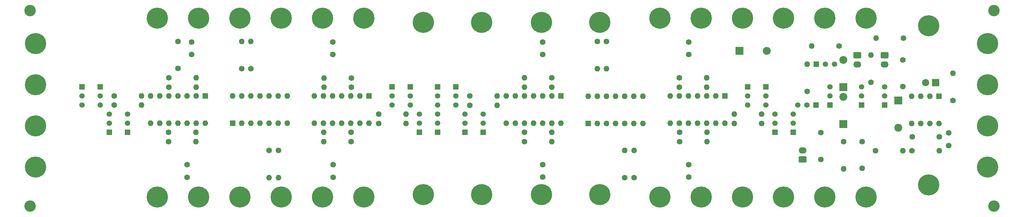
<source format=gbr>
%TF.GenerationSoftware,KiCad,Pcbnew,(5.1.7)-1*%
%TF.CreationDate,2021-05-19T12:24:51-05:00*%
%TF.ProjectId,FOURSES INTERSEXON,464f5552-5345-4532-9049-4e5445525345,rev?*%
%TF.SameCoordinates,Original*%
%TF.FileFunction,Soldermask,Top*%
%TF.FilePolarity,Negative*%
%FSLAX46Y46*%
G04 Gerber Fmt 4.6, Leading zero omitted, Abs format (unit mm)*
G04 Created by KiCad (PCBNEW (5.1.7)-1) date 2021-05-19 12:24:51*
%MOMM*%
%LPD*%
G01*
G04 APERTURE LIST*
%ADD10C,3.200000*%
%ADD11C,5.900000*%
%ADD12O,1.600000X1.600000*%
%ADD13C,1.600000*%
%ADD14C,1.500000*%
%ADD15R,1.500000X1.500000*%
%ADD16R,1.600000X1.600000*%
%ADD17O,2.190000X1.740000*%
%ADD18C,2.000000*%
%ADD19R,2.000000X2.000000*%
%ADD20R,2.200000X2.200000*%
%ADD21O,2.200000X2.200000*%
G04 APERTURE END LIST*
D10*
%TO.C,REF\u002A\u002A*%
X16640000Y-124530000D03*
%TD*%
%TO.C,REF\u002A\u002A*%
X16640000Y-69860000D03*
%TD*%
%TO.C,REF\u002A\u002A*%
X285390000Y-69860000D03*
%TD*%
D11*
%TO.C,REF\u002A\u002A*%
X109630000Y-121990000D03*
%TD*%
%TO.C,REF\u002A\u002A*%
X63630000Y-71990000D03*
%TD*%
%TO.C,REF\u002A\u002A*%
X18110000Y-113600000D03*
%TD*%
%TO.C,REF\u002A\u002A*%
X75130000Y-71990000D03*
%TD*%
%TO.C,REF\u002A\u002A*%
X175460000Y-73100000D03*
%TD*%
%TO.C,REF\u002A\u002A*%
X109630000Y-71990000D03*
%TD*%
D12*
%TO.C,REF\u002A\u002A*%
X273950000Y-87380000D03*
D13*
X273950000Y-95000000D03*
%TD*%
D11*
%TO.C,REF\u002A\u002A*%
X192210000Y-121990000D03*
%TD*%
%TO.C,REF\u002A\u002A*%
X63630000Y-121990000D03*
%TD*%
%TO.C,REF\u002A\u002A*%
X18110000Y-102100000D03*
%TD*%
%TO.C,REF\u002A\u002A*%
X98130000Y-121990000D03*
%TD*%
D13*
%TO.C,REF\u002A\u002A*%
X243450000Y-106460000D03*
D12*
X243450000Y-114080000D03*
%TD*%
D14*
%TO.C,REF\u002A\u002A*%
X130250000Y-101330000D03*
X130250000Y-98790000D03*
D15*
X130250000Y-103870000D03*
%TD*%
D11*
%TO.C,REF\u002A\u002A*%
X159160000Y-73100000D03*
%TD*%
D15*
%TO.C,REF\u002A\u002A*%
X36160000Y-91160000D03*
D14*
X36160000Y-96240000D03*
X36160000Y-93700000D03*
%TD*%
D11*
%TO.C,REF\u002A\u002A*%
X203710000Y-121990000D03*
%TD*%
D12*
%TO.C,REF\u002A\u002A*%
X212940000Y-101400000D03*
D13*
X220560000Y-101400000D03*
%TD*%
D12*
%TO.C,REF\u002A\u002A*%
X259990000Y-109010000D03*
D13*
X252370000Y-109010000D03*
%TD*%
%TO.C,REF\u002A\u002A*%
X262520000Y-109000000D03*
D12*
X270140000Y-109000000D03*
%TD*%
D11*
%TO.C,REF\u002A\u002A*%
X18110000Y-90600000D03*
%TD*%
%TO.C,REF\u002A\u002A*%
X75130000Y-121990000D03*
%TD*%
%TO.C,REF\u002A\u002A*%
X52130000Y-121990000D03*
%TD*%
%TO.C,REF\u002A\u002A*%
X159160000Y-121350000D03*
%TD*%
%TO.C,REF\u002A\u002A*%
X226710000Y-121990000D03*
%TD*%
%TO.C,REF\u002A\u002A*%
X126260000Y-73100000D03*
%TD*%
%TO.C,REF\u002A\u002A*%
X52130000Y-71990000D03*
%TD*%
D12*
%TO.C,REF\u002A\u002A*%
X233270000Y-84860000D03*
D13*
X233270000Y-92480000D03*
%TD*%
D14*
%TO.C,REF\u002A\u002A*%
X31100000Y-93710000D03*
X31100000Y-96250000D03*
D15*
X31100000Y-91170000D03*
%TD*%
D13*
%TO.C,REF\u002A\u002A*%
X242140000Y-79770000D03*
D12*
X234520000Y-79770000D03*
%TD*%
%TO.C,REF\u002A\u002A*%
X252480000Y-77510000D03*
D13*
X260100000Y-77510000D03*
%TD*%
D11*
%TO.C,REF\u002A\u002A*%
X238210000Y-121990000D03*
%TD*%
%TO.C,REF\u002A\u002A*%
X142560000Y-121350000D03*
%TD*%
%TO.C,REF\u002A\u002A*%
X98130000Y-71990000D03*
%TD*%
%TO.C,REF\u002A\u002A*%
X86630000Y-71990000D03*
%TD*%
D15*
%TO.C,REF\u002A\u002A*%
X117510000Y-91160000D03*
D14*
X117510000Y-96240000D03*
X117510000Y-93700000D03*
%TD*%
D11*
%TO.C,REF\u002A\u002A*%
X175460000Y-121350000D03*
%TD*%
D15*
%TO.C,REF\u002A\u002A*%
X216710000Y-91180000D03*
D14*
X216710000Y-96260000D03*
X216710000Y-93720000D03*
%TD*%
D15*
%TO.C,REF\u002A\u002A*%
X125160000Y-103880000D03*
D14*
X125160000Y-98800000D03*
X125160000Y-101340000D03*
%TD*%
D15*
%TO.C,REF\u002A\u002A*%
X43820000Y-103860000D03*
D14*
X43820000Y-98780000D03*
X43820000Y-101320000D03*
%TD*%
D11*
%TO.C,REF\u002A\u002A*%
X215210000Y-121990000D03*
%TD*%
%TO.C,REF\u002A\u002A*%
X226710000Y-71990000D03*
%TD*%
D12*
%TO.C,REF\u002A\u002A*%
X62920000Y-91240000D03*
D13*
X55300000Y-91240000D03*
%TD*%
D15*
%TO.C,REF\u002A\u002A*%
X135340000Y-91160000D03*
D14*
X135340000Y-96240000D03*
X135340000Y-93700000D03*
%TD*%
D15*
%TO.C,REF\u002A\u002A*%
X142970000Y-103850000D03*
D14*
X142970000Y-98770000D03*
X142970000Y-101310000D03*
%TD*%
%TO.C,REF\u002A\u002A*%
X130250000Y-93710000D03*
X130250000Y-96250000D03*
D15*
X130250000Y-91170000D03*
%TD*%
D13*
%TO.C,REF\u002A\u002A*%
X220560000Y-98820000D03*
D12*
X212940000Y-98820000D03*
%TD*%
D14*
%TO.C,REF\u002A\u002A*%
X137880000Y-101320000D03*
X137880000Y-98780000D03*
D15*
X137880000Y-103860000D03*
%TD*%
%TO.C,REF\u002A\u002A*%
X235790000Y-84810000D03*
D14*
X240870000Y-84810000D03*
X238330000Y-84810000D03*
%TD*%
D15*
%TO.C,REF\u002A\u002A*%
X224320000Y-103880000D03*
D14*
X224320000Y-98800000D03*
X224320000Y-101340000D03*
%TD*%
D16*
%TO.C,REF\u002A\u002A*%
X270060000Y-93780000D03*
D12*
X262440000Y-101400000D03*
X267520000Y-93780000D03*
X264980000Y-101400000D03*
X264980000Y-93780000D03*
X267520000Y-101400000D03*
X262440000Y-93780000D03*
X270060000Y-101400000D03*
%TD*%
D16*
%TO.C,REF\u002A\u002A*%
X172230000Y-101390000D03*
D12*
X187470000Y-93770000D03*
X174770000Y-101390000D03*
X184930000Y-93770000D03*
X177310000Y-101390000D03*
X182390000Y-93770000D03*
X179850000Y-101390000D03*
X179850000Y-93770000D03*
X182390000Y-101390000D03*
X177310000Y-93770000D03*
X184930000Y-101390000D03*
X174770000Y-93770000D03*
X187470000Y-101390000D03*
X172230000Y-93770000D03*
%TD*%
D13*
%TO.C,REF\u002A\u002A*%
X55300000Y-88660000D03*
D12*
X62920000Y-88660000D03*
%TD*%
%TO.C,REF\u002A\u002A*%
G36*
G01*
X254034999Y-81460000D02*
X255725001Y-81460000D01*
G75*
G02*
X255975000Y-81709999I0J-249999D01*
G01*
X255975000Y-82950001D01*
G75*
G02*
X255725001Y-83200000I-249999J0D01*
G01*
X254034999Y-83200000D01*
G75*
G02*
X253785000Y-82950001I0J249999D01*
G01*
X253785000Y-81709999D01*
G75*
G02*
X254034999Y-81460000I249999J0D01*
G01*
G37*
D17*
X254880000Y-84870000D03*
%TD*%
D12*
%TO.C,REF\u002A\u002A*%
X73060000Y-93750000D03*
X88300000Y-101370000D03*
X75600000Y-93750000D03*
X85760000Y-101370000D03*
X78140000Y-93750000D03*
X83220000Y-101370000D03*
X80680000Y-93750000D03*
X80680000Y-101370000D03*
X83220000Y-93750000D03*
X78140000Y-101370000D03*
X85760000Y-93750000D03*
X75600000Y-101370000D03*
X88300000Y-93750000D03*
D16*
X73060000Y-101370000D03*
%TD*%
%TO.C,REF\u002A\u002A*%
G36*
G01*
X232855001Y-112340000D02*
X231164999Y-112340000D01*
G75*
G02*
X230915000Y-112090001I0J249999D01*
G01*
X230915000Y-110849999D01*
G75*
G02*
X231164999Y-110600000I249999J0D01*
G01*
X232855001Y-110600000D01*
G75*
G02*
X233105000Y-110849999I0J-249999D01*
G01*
X233105000Y-112090001D01*
G75*
G02*
X232855001Y-112340000I-249999J0D01*
G01*
G37*
D17*
X232010000Y-108930000D03*
%TD*%
D11*
%TO.C,REF\u002A\u002A*%
X283610000Y-90600000D03*
%TD*%
D18*
%TO.C,REF\u002A\u002A*%
X266300000Y-90000000D03*
%TD*%
D13*
%TO.C,REF\u002A\u002A*%
X106150000Y-103890000D03*
D12*
X98530000Y-103890000D03*
%TD*%
%TO.C,REF\u002A\u002A*%
X98540000Y-88680000D03*
D13*
X106160000Y-88680000D03*
%TD*%
%TO.C,REF\u002A\u002A*%
X40070000Y-96280000D03*
D12*
X47690000Y-96280000D03*
%TD*%
D13*
%TO.C,REF\u002A\u002A*%
X55250000Y-103910000D03*
D12*
X62870000Y-103910000D03*
%TD*%
%TO.C,REF\u002A\u002A*%
X62870000Y-106490000D03*
D13*
X55250000Y-106490000D03*
%TD*%
%TO.C,REF\u002A\u002A*%
X78210000Y-86080000D03*
D12*
X78210000Y-78460000D03*
%TD*%
%TO.C,REF\u002A\u002A*%
X98530000Y-106470000D03*
D13*
X106150000Y-106470000D03*
%TD*%
D12*
%TO.C,REF\u002A\u002A*%
X210340000Y-101330000D03*
X195100000Y-93710000D03*
X207800000Y-101330000D03*
X197640000Y-93710000D03*
X205260000Y-101330000D03*
X200180000Y-93710000D03*
X202720000Y-101330000D03*
X202720000Y-93710000D03*
X200180000Y-101330000D03*
X205260000Y-93710000D03*
X197640000Y-101330000D03*
X207800000Y-93710000D03*
X195100000Y-101330000D03*
D16*
X210340000Y-93710000D03*
%TD*%
D13*
%TO.C,REF\u002A\u002A*%
X106160000Y-91260000D03*
D12*
X98540000Y-91260000D03*
%TD*%
%TO.C,REF\u002A\u002A*%
X75630000Y-78460000D03*
D13*
X75630000Y-86080000D03*
%TD*%
D12*
%TO.C,REF\u002A\u002A*%
X47690000Y-93700000D03*
D13*
X40070000Y-93700000D03*
%TD*%
D19*
%TO.C,REF\u002A\u002A*%
X269080000Y-89990000D03*
%TD*%
D13*
%TO.C,REF\u002A\u002A*%
X61640000Y-82150000D03*
X61640000Y-78650000D03*
%TD*%
D16*
%TO.C,REF\u002A\u002A*%
X65470000Y-93740000D03*
D12*
X50230000Y-101360000D03*
X62930000Y-93740000D03*
X52770000Y-101360000D03*
X60390000Y-93740000D03*
X55310000Y-101360000D03*
X57850000Y-93740000D03*
X57850000Y-101360000D03*
X55310000Y-93740000D03*
X60390000Y-101360000D03*
X52770000Y-93740000D03*
X62930000Y-101360000D03*
X50230000Y-93740000D03*
X65470000Y-101360000D03*
%TD*%
D16*
%TO.C,REF\u002A\u002A*%
X164590000Y-93710000D03*
D12*
X149350000Y-101330000D03*
X162050000Y-93710000D03*
X151890000Y-101330000D03*
X159510000Y-93710000D03*
X154430000Y-101330000D03*
X156970000Y-93710000D03*
X156970000Y-101330000D03*
X154430000Y-93710000D03*
X159510000Y-101330000D03*
X151890000Y-93710000D03*
X162050000Y-101330000D03*
X149350000Y-93710000D03*
X164590000Y-101330000D03*
%TD*%
D13*
%TO.C,REF\u002A\u002A*%
X272730000Y-104070000D03*
X272730000Y-107570000D03*
%TD*%
D11*
%TO.C,REF\u002A\u002A*%
X267110000Y-74100000D03*
%TD*%
D17*
%TO.C,REF\u002A\u002A*%
X247250000Y-84870000D03*
G36*
G01*
X246404999Y-81460000D02*
X248095001Y-81460000D01*
G75*
G02*
X248345000Y-81709999I0J-249999D01*
G01*
X248345000Y-82950001D01*
G75*
G02*
X248095001Y-83200000I-249999J0D01*
G01*
X246404999Y-83200000D01*
G75*
G02*
X246155000Y-82950001I0J249999D01*
G01*
X246155000Y-81709999D01*
G75*
G02*
X246404999Y-81460000I249999J0D01*
G01*
G37*
%TD*%
D13*
%TO.C,REF\u002A\u002A*%
X60370000Y-112950000D03*
X60370000Y-116450000D03*
%TD*%
%TO.C,REF\u002A\u002A*%
X251050000Y-89900000D03*
D12*
X251050000Y-82280000D03*
%TD*%
D14*
%TO.C,REF\u002A\u002A*%
X221800000Y-93710000D03*
X221800000Y-96250000D03*
D15*
X221800000Y-91170000D03*
%TD*%
D12*
%TO.C,REF\u002A\u002A*%
X111130000Y-101340000D03*
X95890000Y-93720000D03*
X108590000Y-101340000D03*
X98430000Y-93720000D03*
X106050000Y-101340000D03*
X100970000Y-93720000D03*
X103510000Y-101340000D03*
X103510000Y-93720000D03*
X100970000Y-101340000D03*
X106050000Y-93720000D03*
X98430000Y-101340000D03*
X108590000Y-93720000D03*
X95890000Y-101340000D03*
D16*
X111130000Y-93720000D03*
%TD*%
D11*
%TO.C,REF\u002A\u002A*%
X215210000Y-71990000D03*
%TD*%
%TO.C,REF\u002A\u002A*%
X283610000Y-102100000D03*
%TD*%
D20*
%TO.C,REF\u002A\u002A*%
X243390000Y-101570000D03*
D21*
X243390000Y-93950000D03*
%TD*%
%TO.C,REF\u002A\u002A*%
X243400000Y-83650000D03*
D20*
X243400000Y-91270000D03*
%TD*%
D11*
%TO.C,REF\u002A\u002A*%
X267110000Y-118600000D03*
%TD*%
%TO.C,REF\u002A\u002A*%
X249710000Y-71990000D03*
%TD*%
D13*
%TO.C,REF\u002A\u002A*%
X101060000Y-78650000D03*
X101060000Y-82150000D03*
%TD*%
D11*
%TO.C,REF\u002A\u002A*%
X203710000Y-71990000D03*
%TD*%
D15*
%TO.C,REF\u002A\u002A*%
X254850000Y-96240000D03*
D14*
X254850000Y-91160000D03*
X254850000Y-93700000D03*
%TD*%
D13*
%TO.C,REF\u002A\u002A*%
X57850000Y-78500000D03*
X57850000Y-86000000D03*
%TD*%
D14*
%TO.C,REF\u002A\u002A*%
X38730000Y-101330000D03*
X38730000Y-98790000D03*
D15*
X38730000Y-103870000D03*
%TD*%
D21*
%TO.C,REF\u002A\u002A*%
X258660000Y-102590000D03*
D20*
X258660000Y-94970000D03*
%TD*%
D13*
%TO.C,REF\u002A\u002A*%
X262580000Y-105160000D03*
X270080000Y-105160000D03*
%TD*%
%TO.C,REF\u002A\u002A*%
X101100000Y-116450000D03*
X101100000Y-112950000D03*
%TD*%
D14*
%TO.C,REF\u002A\u002A*%
X233230000Y-96270000D03*
X230690000Y-96270000D03*
D15*
X235770000Y-96270000D03*
%TD*%
D13*
%TO.C,REF\u002A\u002A*%
X237090000Y-111470000D03*
X237090000Y-103970000D03*
%TD*%
%TO.C,REF\u002A\u002A*%
X200230000Y-116440000D03*
X200230000Y-112940000D03*
%TD*%
%TO.C,REF\u002A\u002A*%
X248640000Y-106460000D03*
X248640000Y-113960000D03*
%TD*%
D14*
%TO.C,REF\u002A\u002A*%
X248480000Y-93710000D03*
X248480000Y-91170000D03*
D15*
X248480000Y-96250000D03*
%TD*%
D13*
%TO.C,REF\u002A\u002A*%
X259950000Y-91120000D03*
X259950000Y-83620000D03*
%TD*%
%TO.C,REF\u002A\u002A*%
X159560000Y-112940000D03*
X159560000Y-116440000D03*
%TD*%
D15*
%TO.C,REF\u002A\u002A*%
X239630000Y-96260000D03*
D14*
X239630000Y-91180000D03*
X239630000Y-93720000D03*
%TD*%
%TO.C,REF\u002A\u002A*%
X229410000Y-101330000D03*
X229410000Y-98790000D03*
D15*
X229410000Y-103870000D03*
%TD*%
D14*
%TO.C,REF\u002A\u002A*%
X122600000Y-93690000D03*
X122600000Y-96230000D03*
D15*
X122600000Y-91150000D03*
%TD*%
D20*
%TO.C,REF\u002A\u002A*%
X214400000Y-81070000D03*
D21*
X222020000Y-81070000D03*
%TD*%
D13*
%TO.C,REF\u002A\u002A*%
X159520000Y-82150000D03*
X159520000Y-78650000D03*
%TD*%
%TO.C,REF\u002A\u002A*%
X200230000Y-78650000D03*
X200230000Y-82150000D03*
%TD*%
%TO.C,REF\u002A\u002A*%
X174770000Y-78480000D03*
D12*
X174770000Y-86100000D03*
%TD*%
%TO.C,REF\u002A\u002A*%
X121400000Y-98810000D03*
D13*
X113780000Y-98810000D03*
%TD*%
%TO.C,REF\u002A\u002A*%
X154460000Y-106460000D03*
D12*
X162080000Y-106460000D03*
%TD*%
D13*
%TO.C,REF\u002A\u002A*%
X139210000Y-93740000D03*
D12*
X146830000Y-93740000D03*
%TD*%
%TO.C,REF\u002A\u002A*%
X83270000Y-116610000D03*
D13*
X83270000Y-108990000D03*
%TD*%
D11*
%TO.C,REF\u002A\u002A*%
X283610000Y-79100000D03*
%TD*%
D10*
%TO.C,REF\u002A\u002A*%
X285390000Y-124530000D03*
%TD*%
D13*
%TO.C,REF\u002A\u002A*%
X197680000Y-88640000D03*
D12*
X205300000Y-88640000D03*
%TD*%
D13*
%TO.C,REF\u002A\u002A*%
X197700000Y-106480000D03*
D12*
X205320000Y-106480000D03*
%TD*%
D13*
%TO.C,REF\u002A\u002A*%
X113780000Y-101390000D03*
D12*
X121400000Y-101390000D03*
%TD*%
%TO.C,REF\u002A\u002A*%
X205300000Y-91220000D03*
D13*
X197680000Y-91220000D03*
%TD*%
D12*
%TO.C,REF\u002A\u002A*%
X154470000Y-88660000D03*
D13*
X162090000Y-88660000D03*
%TD*%
%TO.C,REF\u002A\u002A*%
X182420000Y-116610000D03*
D12*
X182420000Y-108990000D03*
%TD*%
D11*
%TO.C,REF\u002A\u002A*%
X86630000Y-121990000D03*
%TD*%
D12*
%TO.C,REF\u002A\u002A*%
X162080000Y-103880000D03*
D13*
X154460000Y-103880000D03*
%TD*%
%TO.C,REF\u002A\u002A*%
X162090000Y-91240000D03*
D12*
X154470000Y-91240000D03*
%TD*%
D11*
%TO.C,REF\u002A\u002A*%
X283610000Y-113600000D03*
%TD*%
%TO.C,REF\u002A\u002A*%
X126260000Y-121350000D03*
%TD*%
%TO.C,REF\u002A\u002A*%
X142560000Y-73100000D03*
%TD*%
%TO.C,REF\u002A\u002A*%
X249710000Y-121990000D03*
%TD*%
%TO.C,REF\u002A\u002A*%
X238210000Y-71990000D03*
%TD*%
D12*
%TO.C,REF\u002A\u002A*%
X146830000Y-96320000D03*
D13*
X139210000Y-96320000D03*
%TD*%
%TO.C,REF\u002A\u002A*%
X85850000Y-108990000D03*
D12*
X85850000Y-116610000D03*
%TD*%
D11*
%TO.C,REF\u002A\u002A*%
X18110000Y-79100000D03*
%TD*%
D12*
%TO.C,REF\u002A\u002A*%
X177350000Y-86100000D03*
D13*
X177350000Y-78480000D03*
%TD*%
D12*
%TO.C,REF\u002A\u002A*%
X205320000Y-103900000D03*
D13*
X197700000Y-103900000D03*
%TD*%
D11*
%TO.C,REF\u002A\u002A*%
X192210000Y-71990000D03*
%TD*%
D12*
%TO.C,REF\u002A\u002A*%
X185000000Y-108990000D03*
D13*
X185000000Y-116610000D03*
%TD*%
M02*

</source>
